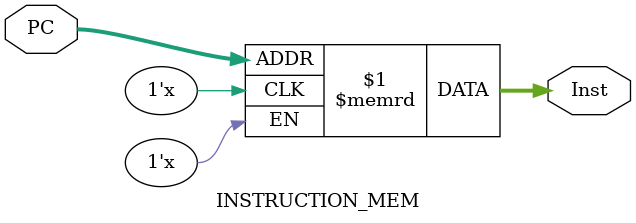
<source format=v>
`timescale 1ns / 1ps
module INSTRUCTION_MEM(PC,Inst); 
    input [31:0] PC; 
    output [31:0] Inst; 
     
    reg [31:0] instmem[511:0];//32-bit locations of Instruction Memory
     
    assign Inst = instmem[PC]; //assigns output to instruction 
     
endmodule 

</source>
